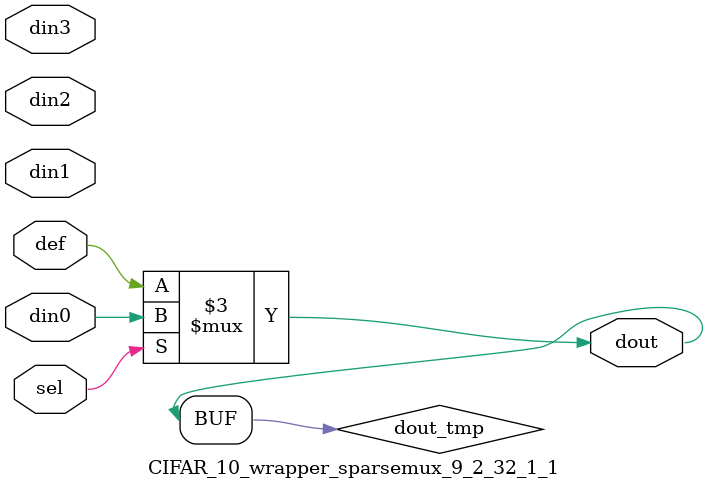
<source format=v>
`timescale 1ns / 1ps

module CIFAR_10_wrapper_sparsemux_9_2_32_1_1 (din0,din1,din2,din3,def,sel,dout);

parameter din0_WIDTH = 1;

parameter din1_WIDTH = 1;

parameter din2_WIDTH = 1;

parameter din3_WIDTH = 1;

parameter def_WIDTH = 1;
parameter sel_WIDTH = 1;
parameter dout_WIDTH = 1;

parameter [sel_WIDTH-1:0] CASE0 = 1;

parameter [sel_WIDTH-1:0] CASE1 = 1;

parameter [sel_WIDTH-1:0] CASE2 = 1;

parameter [sel_WIDTH-1:0] CASE3 = 1;

parameter ID = 1;
parameter NUM_STAGE = 1;



input [din0_WIDTH-1:0] din0;

input [din1_WIDTH-1:0] din1;

input [din2_WIDTH-1:0] din2;

input [din3_WIDTH-1:0] din3;

input [def_WIDTH-1:0] def;
input [sel_WIDTH-1:0] sel;

output [dout_WIDTH-1:0] dout;



reg [dout_WIDTH-1:0] dout_tmp;

always @ (*) begin
case (sel)
    
    CASE0 : dout_tmp = din0;
    
    CASE1 : dout_tmp = din1;
    
    CASE2 : dout_tmp = din2;
    
    CASE3 : dout_tmp = din3;
    
    default : dout_tmp = def;
endcase
end


assign dout = dout_tmp;



endmodule

</source>
